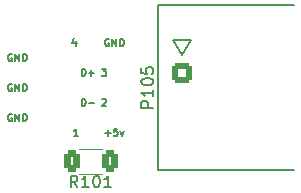
<source format=gbr>
G04 #@! TF.GenerationSoftware,KiCad,Pcbnew,8.0.6*
G04 #@! TF.CreationDate,2025-01-27T10:14:47-05:00*
G04 #@! TF.ProjectId,usbbbrkout,75736262-6272-46b6-9f75-742e6b696361,v1.1.0*
G04 #@! TF.SameCoordinates,Original*
G04 #@! TF.FileFunction,Legend,Top*
G04 #@! TF.FilePolarity,Positive*
%FSLAX46Y46*%
G04 Gerber Fmt 4.6, Leading zero omitted, Abs format (unit mm)*
G04 Created by KiCad (PCBNEW 8.0.6) date 2025-01-27 10:14:47*
%MOMM*%
%LPD*%
G01*
G04 APERTURE LIST*
G04 Aperture macros list*
%AMRoundRect*
0 Rectangle with rounded corners*
0 $1 Rounding radius*
0 $2 $3 $4 $5 $6 $7 $8 $9 X,Y pos of 4 corners*
0 Add a 4 corners polygon primitive as box body*
4,1,4,$2,$3,$4,$5,$6,$7,$8,$9,$2,$3,0*
0 Add four circle primitives for the rounded corners*
1,1,$1+$1,$2,$3*
1,1,$1+$1,$4,$5*
1,1,$1+$1,$6,$7*
1,1,$1+$1,$8,$9*
0 Add four rect primitives between the rounded corners*
20,1,$1+$1,$2,$3,$4,$5,0*
20,1,$1+$1,$4,$5,$6,$7,0*
20,1,$1+$1,$6,$7,$8,$9,0*
20,1,$1+$1,$8,$9,$2,$3,0*%
G04 Aperture macros list end*
%ADD10C,0.127000*%
%ADD11C,0.150000*%
%ADD12C,0.120000*%
%ADD13C,3.276600*%
%ADD14C,1.117600*%
%ADD15C,1.625600*%
%ADD16RoundRect,0.265385X-0.610915X-0.610915X0.610915X-0.610915X0.610915X0.610915X-0.610915X0.610915X0*%
%ADD17C,1.752600*%
%ADD18C,4.701600*%
%ADD19RoundRect,0.271167X-0.379633X-0.629633X0.379633X-0.629633X0.379633X0.629633X-0.379633X0.629633X0*%
G04 APERTURE END LIST*
D10*
X132403019Y-98759538D02*
X132345877Y-98730967D01*
X132345877Y-98730967D02*
X132260162Y-98730967D01*
X132260162Y-98730967D02*
X132174448Y-98759538D01*
X132174448Y-98759538D02*
X132117305Y-98816681D01*
X132117305Y-98816681D02*
X132088734Y-98873824D01*
X132088734Y-98873824D02*
X132060162Y-98988110D01*
X132060162Y-98988110D02*
X132060162Y-99073824D01*
X132060162Y-99073824D02*
X132088734Y-99188110D01*
X132088734Y-99188110D02*
X132117305Y-99245253D01*
X132117305Y-99245253D02*
X132174448Y-99302396D01*
X132174448Y-99302396D02*
X132260162Y-99330967D01*
X132260162Y-99330967D02*
X132317305Y-99330967D01*
X132317305Y-99330967D02*
X132403019Y-99302396D01*
X132403019Y-99302396D02*
X132431591Y-99273824D01*
X132431591Y-99273824D02*
X132431591Y-99073824D01*
X132431591Y-99073824D02*
X132317305Y-99073824D01*
X132688734Y-99330967D02*
X132688734Y-98730967D01*
X132688734Y-98730967D02*
X133031591Y-99330967D01*
X133031591Y-99330967D02*
X133031591Y-98730967D01*
X133317305Y-99330967D02*
X133317305Y-98730967D01*
X133317305Y-98730967D02*
X133460162Y-98730967D01*
X133460162Y-98730967D02*
X133545876Y-98759538D01*
X133545876Y-98759538D02*
X133603019Y-98816681D01*
X133603019Y-98816681D02*
X133631590Y-98873824D01*
X133631590Y-98873824D02*
X133660162Y-98988110D01*
X133660162Y-98988110D02*
X133660162Y-99073824D01*
X133660162Y-99073824D02*
X133631590Y-99188110D01*
X133631590Y-99188110D02*
X133603019Y-99245253D01*
X133603019Y-99245253D02*
X133545876Y-99302396D01*
X133545876Y-99302396D02*
X133460162Y-99330967D01*
X133460162Y-99330967D02*
X133317305Y-99330967D01*
X132403019Y-101299538D02*
X132345877Y-101270967D01*
X132345877Y-101270967D02*
X132260162Y-101270967D01*
X132260162Y-101270967D02*
X132174448Y-101299538D01*
X132174448Y-101299538D02*
X132117305Y-101356681D01*
X132117305Y-101356681D02*
X132088734Y-101413824D01*
X132088734Y-101413824D02*
X132060162Y-101528110D01*
X132060162Y-101528110D02*
X132060162Y-101613824D01*
X132060162Y-101613824D02*
X132088734Y-101728110D01*
X132088734Y-101728110D02*
X132117305Y-101785253D01*
X132117305Y-101785253D02*
X132174448Y-101842396D01*
X132174448Y-101842396D02*
X132260162Y-101870967D01*
X132260162Y-101870967D02*
X132317305Y-101870967D01*
X132317305Y-101870967D02*
X132403019Y-101842396D01*
X132403019Y-101842396D02*
X132431591Y-101813824D01*
X132431591Y-101813824D02*
X132431591Y-101613824D01*
X132431591Y-101613824D02*
X132317305Y-101613824D01*
X132688734Y-101870967D02*
X132688734Y-101270967D01*
X132688734Y-101270967D02*
X133031591Y-101870967D01*
X133031591Y-101870967D02*
X133031591Y-101270967D01*
X133317305Y-101870967D02*
X133317305Y-101270967D01*
X133317305Y-101270967D02*
X133460162Y-101270967D01*
X133460162Y-101270967D02*
X133545876Y-101299538D01*
X133545876Y-101299538D02*
X133603019Y-101356681D01*
X133603019Y-101356681D02*
X133631590Y-101413824D01*
X133631590Y-101413824D02*
X133660162Y-101528110D01*
X133660162Y-101528110D02*
X133660162Y-101613824D01*
X133660162Y-101613824D02*
X133631590Y-101728110D01*
X133631590Y-101728110D02*
X133603019Y-101785253D01*
X133603019Y-101785253D02*
X133545876Y-101842396D01*
X133545876Y-101842396D02*
X133460162Y-101870967D01*
X133460162Y-101870967D02*
X133317305Y-101870967D01*
X132403019Y-103839538D02*
X132345877Y-103810967D01*
X132345877Y-103810967D02*
X132260162Y-103810967D01*
X132260162Y-103810967D02*
X132174448Y-103839538D01*
X132174448Y-103839538D02*
X132117305Y-103896681D01*
X132117305Y-103896681D02*
X132088734Y-103953824D01*
X132088734Y-103953824D02*
X132060162Y-104068110D01*
X132060162Y-104068110D02*
X132060162Y-104153824D01*
X132060162Y-104153824D02*
X132088734Y-104268110D01*
X132088734Y-104268110D02*
X132117305Y-104325253D01*
X132117305Y-104325253D02*
X132174448Y-104382396D01*
X132174448Y-104382396D02*
X132260162Y-104410967D01*
X132260162Y-104410967D02*
X132317305Y-104410967D01*
X132317305Y-104410967D02*
X132403019Y-104382396D01*
X132403019Y-104382396D02*
X132431591Y-104353824D01*
X132431591Y-104353824D02*
X132431591Y-104153824D01*
X132431591Y-104153824D02*
X132317305Y-104153824D01*
X132688734Y-104410967D02*
X132688734Y-103810967D01*
X132688734Y-103810967D02*
X133031591Y-104410967D01*
X133031591Y-104410967D02*
X133031591Y-103810967D01*
X133317305Y-104410967D02*
X133317305Y-103810967D01*
X133317305Y-103810967D02*
X133460162Y-103810967D01*
X133460162Y-103810967D02*
X133545876Y-103839538D01*
X133545876Y-103839538D02*
X133603019Y-103896681D01*
X133603019Y-103896681D02*
X133631590Y-103953824D01*
X133631590Y-103953824D02*
X133660162Y-104068110D01*
X133660162Y-104068110D02*
X133660162Y-104153824D01*
X133660162Y-104153824D02*
X133631590Y-104268110D01*
X133631590Y-104268110D02*
X133603019Y-104325253D01*
X133603019Y-104325253D02*
X133545876Y-104382396D01*
X133545876Y-104382396D02*
X133460162Y-104410967D01*
X133460162Y-104410967D02*
X133317305Y-104410967D01*
X137978161Y-105680967D02*
X137635304Y-105680967D01*
X137806733Y-105680967D02*
X137806733Y-105080967D01*
X137806733Y-105080967D02*
X137749590Y-105166681D01*
X137749590Y-105166681D02*
X137692447Y-105223824D01*
X137692447Y-105223824D02*
X137635304Y-105252396D01*
X140048304Y-102598110D02*
X140076876Y-102569538D01*
X140076876Y-102569538D02*
X140134019Y-102540967D01*
X140134019Y-102540967D02*
X140276876Y-102540967D01*
X140276876Y-102540967D02*
X140334019Y-102569538D01*
X140334019Y-102569538D02*
X140362590Y-102598110D01*
X140362590Y-102598110D02*
X140391161Y-102655253D01*
X140391161Y-102655253D02*
X140391161Y-102712396D01*
X140391161Y-102712396D02*
X140362590Y-102798110D01*
X140362590Y-102798110D02*
X140019733Y-103140967D01*
X140019733Y-103140967D02*
X140391161Y-103140967D01*
X140019733Y-100000967D02*
X140391161Y-100000967D01*
X140391161Y-100000967D02*
X140191161Y-100229538D01*
X140191161Y-100229538D02*
X140276876Y-100229538D01*
X140276876Y-100229538D02*
X140334019Y-100258110D01*
X140334019Y-100258110D02*
X140362590Y-100286681D01*
X140362590Y-100286681D02*
X140391161Y-100343824D01*
X140391161Y-100343824D02*
X140391161Y-100486681D01*
X140391161Y-100486681D02*
X140362590Y-100543824D01*
X140362590Y-100543824D02*
X140334019Y-100572396D01*
X140334019Y-100572396D02*
X140276876Y-100600967D01*
X140276876Y-100600967D02*
X140105447Y-100600967D01*
X140105447Y-100600967D02*
X140048304Y-100572396D01*
X140048304Y-100572396D02*
X140019733Y-100543824D01*
X137794019Y-97660967D02*
X137794019Y-98060967D01*
X137651161Y-97432396D02*
X137508304Y-97860967D01*
X137508304Y-97860967D02*
X137879733Y-97860967D01*
X140621694Y-97489538D02*
X140564552Y-97460967D01*
X140564552Y-97460967D02*
X140478837Y-97460967D01*
X140478837Y-97460967D02*
X140393123Y-97489538D01*
X140393123Y-97489538D02*
X140335980Y-97546681D01*
X140335980Y-97546681D02*
X140307409Y-97603824D01*
X140307409Y-97603824D02*
X140278837Y-97718110D01*
X140278837Y-97718110D02*
X140278837Y-97803824D01*
X140278837Y-97803824D02*
X140307409Y-97918110D01*
X140307409Y-97918110D02*
X140335980Y-97975253D01*
X140335980Y-97975253D02*
X140393123Y-98032396D01*
X140393123Y-98032396D02*
X140478837Y-98060967D01*
X140478837Y-98060967D02*
X140535980Y-98060967D01*
X140535980Y-98060967D02*
X140621694Y-98032396D01*
X140621694Y-98032396D02*
X140650266Y-98003824D01*
X140650266Y-98003824D02*
X140650266Y-97803824D01*
X140650266Y-97803824D02*
X140535980Y-97803824D01*
X140907409Y-98060967D02*
X140907409Y-97460967D01*
X140907409Y-97460967D02*
X141250266Y-98060967D01*
X141250266Y-98060967D02*
X141250266Y-97460967D01*
X141535980Y-98060967D02*
X141535980Y-97460967D01*
X141535980Y-97460967D02*
X141678837Y-97460967D01*
X141678837Y-97460967D02*
X141764551Y-97489538D01*
X141764551Y-97489538D02*
X141821694Y-97546681D01*
X141821694Y-97546681D02*
X141850265Y-97603824D01*
X141850265Y-97603824D02*
X141878837Y-97718110D01*
X141878837Y-97718110D02*
X141878837Y-97803824D01*
X141878837Y-97803824D02*
X141850265Y-97918110D01*
X141850265Y-97918110D02*
X141821694Y-97975253D01*
X141821694Y-97975253D02*
X141764551Y-98032396D01*
X141764551Y-98032396D02*
X141678837Y-98060967D01*
X141678837Y-98060967D02*
X141535980Y-98060967D01*
X140307409Y-105452396D02*
X140764552Y-105452396D01*
X140535980Y-105680967D02*
X140535980Y-105223824D01*
X141335980Y-105080967D02*
X141050266Y-105080967D01*
X141050266Y-105080967D02*
X141021694Y-105366681D01*
X141021694Y-105366681D02*
X141050266Y-105338110D01*
X141050266Y-105338110D02*
X141107409Y-105309538D01*
X141107409Y-105309538D02*
X141250266Y-105309538D01*
X141250266Y-105309538D02*
X141307409Y-105338110D01*
X141307409Y-105338110D02*
X141335980Y-105366681D01*
X141335980Y-105366681D02*
X141364551Y-105423824D01*
X141364551Y-105423824D02*
X141364551Y-105566681D01*
X141364551Y-105566681D02*
X141335980Y-105623824D01*
X141335980Y-105623824D02*
X141307409Y-105652396D01*
X141307409Y-105652396D02*
X141250266Y-105680967D01*
X141250266Y-105680967D02*
X141107409Y-105680967D01*
X141107409Y-105680967D02*
X141050266Y-105652396D01*
X141050266Y-105652396D02*
X141021694Y-105623824D01*
X141564552Y-105280967D02*
X141707409Y-105680967D01*
X141707409Y-105680967D02*
X141850266Y-105280967D01*
X138289448Y-100600967D02*
X138289448Y-100000967D01*
X138289448Y-100000967D02*
X138432305Y-100000967D01*
X138432305Y-100000967D02*
X138518019Y-100029538D01*
X138518019Y-100029538D02*
X138575162Y-100086681D01*
X138575162Y-100086681D02*
X138603733Y-100143824D01*
X138603733Y-100143824D02*
X138632305Y-100258110D01*
X138632305Y-100258110D02*
X138632305Y-100343824D01*
X138632305Y-100343824D02*
X138603733Y-100458110D01*
X138603733Y-100458110D02*
X138575162Y-100515253D01*
X138575162Y-100515253D02*
X138518019Y-100572396D01*
X138518019Y-100572396D02*
X138432305Y-100600967D01*
X138432305Y-100600967D02*
X138289448Y-100600967D01*
X138889448Y-100372396D02*
X139346591Y-100372396D01*
X139118019Y-100600967D02*
X139118019Y-100143824D01*
X138289448Y-103140967D02*
X138289448Y-102540967D01*
X138289448Y-102540967D02*
X138432305Y-102540967D01*
X138432305Y-102540967D02*
X138518019Y-102569538D01*
X138518019Y-102569538D02*
X138575162Y-102626681D01*
X138575162Y-102626681D02*
X138603733Y-102683824D01*
X138603733Y-102683824D02*
X138632305Y-102798110D01*
X138632305Y-102798110D02*
X138632305Y-102883824D01*
X138632305Y-102883824D02*
X138603733Y-102998110D01*
X138603733Y-102998110D02*
X138575162Y-103055253D01*
X138575162Y-103055253D02*
X138518019Y-103112396D01*
X138518019Y-103112396D02*
X138432305Y-103140967D01*
X138432305Y-103140967D02*
X138289448Y-103140967D01*
X138889448Y-102912396D02*
X139346591Y-102912396D01*
D11*
X144354819Y-103290475D02*
X143354819Y-103290475D01*
X143354819Y-103290475D02*
X143354819Y-102909523D01*
X143354819Y-102909523D02*
X143402438Y-102814285D01*
X143402438Y-102814285D02*
X143450057Y-102766666D01*
X143450057Y-102766666D02*
X143545295Y-102719047D01*
X143545295Y-102719047D02*
X143688152Y-102719047D01*
X143688152Y-102719047D02*
X143783390Y-102766666D01*
X143783390Y-102766666D02*
X143831009Y-102814285D01*
X143831009Y-102814285D02*
X143878628Y-102909523D01*
X143878628Y-102909523D02*
X143878628Y-103290475D01*
X144354819Y-101766666D02*
X144354819Y-102338094D01*
X144354819Y-102052380D02*
X143354819Y-102052380D01*
X143354819Y-102052380D02*
X143497676Y-102147618D01*
X143497676Y-102147618D02*
X143592914Y-102242856D01*
X143592914Y-102242856D02*
X143640533Y-102338094D01*
X143354819Y-101147618D02*
X143354819Y-101052380D01*
X143354819Y-101052380D02*
X143402438Y-100957142D01*
X143402438Y-100957142D02*
X143450057Y-100909523D01*
X143450057Y-100909523D02*
X143545295Y-100861904D01*
X143545295Y-100861904D02*
X143735771Y-100814285D01*
X143735771Y-100814285D02*
X143973866Y-100814285D01*
X143973866Y-100814285D02*
X144164342Y-100861904D01*
X144164342Y-100861904D02*
X144259580Y-100909523D01*
X144259580Y-100909523D02*
X144307200Y-100957142D01*
X144307200Y-100957142D02*
X144354819Y-101052380D01*
X144354819Y-101052380D02*
X144354819Y-101147618D01*
X144354819Y-101147618D02*
X144307200Y-101242856D01*
X144307200Y-101242856D02*
X144259580Y-101290475D01*
X144259580Y-101290475D02*
X144164342Y-101338094D01*
X144164342Y-101338094D02*
X143973866Y-101385713D01*
X143973866Y-101385713D02*
X143735771Y-101385713D01*
X143735771Y-101385713D02*
X143545295Y-101338094D01*
X143545295Y-101338094D02*
X143450057Y-101290475D01*
X143450057Y-101290475D02*
X143402438Y-101242856D01*
X143402438Y-101242856D02*
X143354819Y-101147618D01*
X143354819Y-99909523D02*
X143354819Y-100385713D01*
X143354819Y-100385713D02*
X143831009Y-100433332D01*
X143831009Y-100433332D02*
X143783390Y-100385713D01*
X143783390Y-100385713D02*
X143735771Y-100290475D01*
X143735771Y-100290475D02*
X143735771Y-100052380D01*
X143735771Y-100052380D02*
X143783390Y-99957142D01*
X143783390Y-99957142D02*
X143831009Y-99909523D01*
X143831009Y-99909523D02*
X143926247Y-99861904D01*
X143926247Y-99861904D02*
X144164342Y-99861904D01*
X144164342Y-99861904D02*
X144259580Y-99909523D01*
X144259580Y-99909523D02*
X144307200Y-99957142D01*
X144307200Y-99957142D02*
X144354819Y-100052380D01*
X144354819Y-100052380D02*
X144354819Y-100290475D01*
X144354819Y-100290475D02*
X144307200Y-100385713D01*
X144307200Y-100385713D02*
X144259580Y-100433332D01*
X137945952Y-110054819D02*
X137612619Y-109578628D01*
X137374524Y-110054819D02*
X137374524Y-109054819D01*
X137374524Y-109054819D02*
X137755476Y-109054819D01*
X137755476Y-109054819D02*
X137850714Y-109102438D01*
X137850714Y-109102438D02*
X137898333Y-109150057D01*
X137898333Y-109150057D02*
X137945952Y-109245295D01*
X137945952Y-109245295D02*
X137945952Y-109388152D01*
X137945952Y-109388152D02*
X137898333Y-109483390D01*
X137898333Y-109483390D02*
X137850714Y-109531009D01*
X137850714Y-109531009D02*
X137755476Y-109578628D01*
X137755476Y-109578628D02*
X137374524Y-109578628D01*
X138898333Y-110054819D02*
X138326905Y-110054819D01*
X138612619Y-110054819D02*
X138612619Y-109054819D01*
X138612619Y-109054819D02*
X138517381Y-109197676D01*
X138517381Y-109197676D02*
X138422143Y-109292914D01*
X138422143Y-109292914D02*
X138326905Y-109340533D01*
X139517381Y-109054819D02*
X139612619Y-109054819D01*
X139612619Y-109054819D02*
X139707857Y-109102438D01*
X139707857Y-109102438D02*
X139755476Y-109150057D01*
X139755476Y-109150057D02*
X139803095Y-109245295D01*
X139803095Y-109245295D02*
X139850714Y-109435771D01*
X139850714Y-109435771D02*
X139850714Y-109673866D01*
X139850714Y-109673866D02*
X139803095Y-109864342D01*
X139803095Y-109864342D02*
X139755476Y-109959580D01*
X139755476Y-109959580D02*
X139707857Y-110007200D01*
X139707857Y-110007200D02*
X139612619Y-110054819D01*
X139612619Y-110054819D02*
X139517381Y-110054819D01*
X139517381Y-110054819D02*
X139422143Y-110007200D01*
X139422143Y-110007200D02*
X139374524Y-109959580D01*
X139374524Y-109959580D02*
X139326905Y-109864342D01*
X139326905Y-109864342D02*
X139279286Y-109673866D01*
X139279286Y-109673866D02*
X139279286Y-109435771D01*
X139279286Y-109435771D02*
X139326905Y-109245295D01*
X139326905Y-109245295D02*
X139374524Y-109150057D01*
X139374524Y-109150057D02*
X139422143Y-109102438D01*
X139422143Y-109102438D02*
X139517381Y-109054819D01*
X140803095Y-110054819D02*
X140231667Y-110054819D01*
X140517381Y-110054819D02*
X140517381Y-109054819D01*
X140517381Y-109054819D02*
X140422143Y-109197676D01*
X140422143Y-109197676D02*
X140326905Y-109292914D01*
X140326905Y-109292914D02*
X140231667Y-109340533D01*
X144750000Y-94600000D02*
X156246000Y-94600000D01*
X144750000Y-108600000D02*
X144750000Y-94600000D01*
X145998000Y-97580000D02*
X146760000Y-98850000D01*
X146760000Y-98850000D02*
X147522000Y-97580000D01*
X147522000Y-97580000D02*
X145998000Y-97580000D01*
X156246000Y-108600000D02*
X144750000Y-108600000D01*
D12*
X138065000Y-106753000D02*
X140065000Y-106753000D01*
X140065000Y-108893000D02*
X138065000Y-108893000D01*
%LPC*%
D13*
X132080000Y-95250000D03*
X132080000Y-107950000D03*
D14*
X129540000Y-101600000D03*
X134620000Y-101600000D03*
X134620000Y-99060000D03*
X134620000Y-104140000D03*
D15*
X139065000Y-105410000D03*
X141605000Y-102870000D03*
X141605000Y-100330000D03*
X139065000Y-97790000D03*
D16*
X146760000Y-100350000D03*
D17*
X146760000Y-102850000D03*
X148760000Y-102850000D03*
X148760000Y-100350000D03*
D18*
X153250000Y-97600000D03*
X153250000Y-105600000D03*
D19*
X137465000Y-107823000D03*
X140665000Y-107823000D03*
D15*
X136525000Y-102870000D03*
%LPD*%
M02*

</source>
